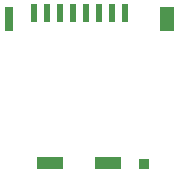
<source format=gbp>
G04 #@! TF.FileFunction,Paste,Bot*
%FSLAX46Y46*%
G04 Gerber Fmt 4.6, Leading zero omitted, Abs format (unit mm)*
G04 Created by KiCad (PCBNEW 4.0.2-stable) date Wednesday, April 27, 2016 'PMt' 05:06:49 PM*
%MOMM*%
G01*
G04 APERTURE LIST*
%ADD10C,0.100000*%
%ADD11R,0.560000X1.600000*%
%ADD12R,0.800000X2.080000*%
%ADD13R,1.200000X2.080000*%
%ADD14R,2.160000X1.120000*%
%ADD15R,0.960000X0.960000*%
G04 APERTURE END LIST*
D10*
D11*
X193404500Y-97788500D03*
X194504500Y-97788500D03*
X195604500Y-97788500D03*
X196704500Y-97788500D03*
X197804500Y-97788500D03*
X198904500Y-97788500D03*
X200004500Y-97788500D03*
X201104500Y-97788500D03*
D12*
X191304500Y-98288500D03*
D13*
X204654500Y-98288500D03*
D14*
X194804500Y-110488500D03*
X199704500Y-110488500D03*
D15*
X202754500Y-110588500D03*
M02*

</source>
